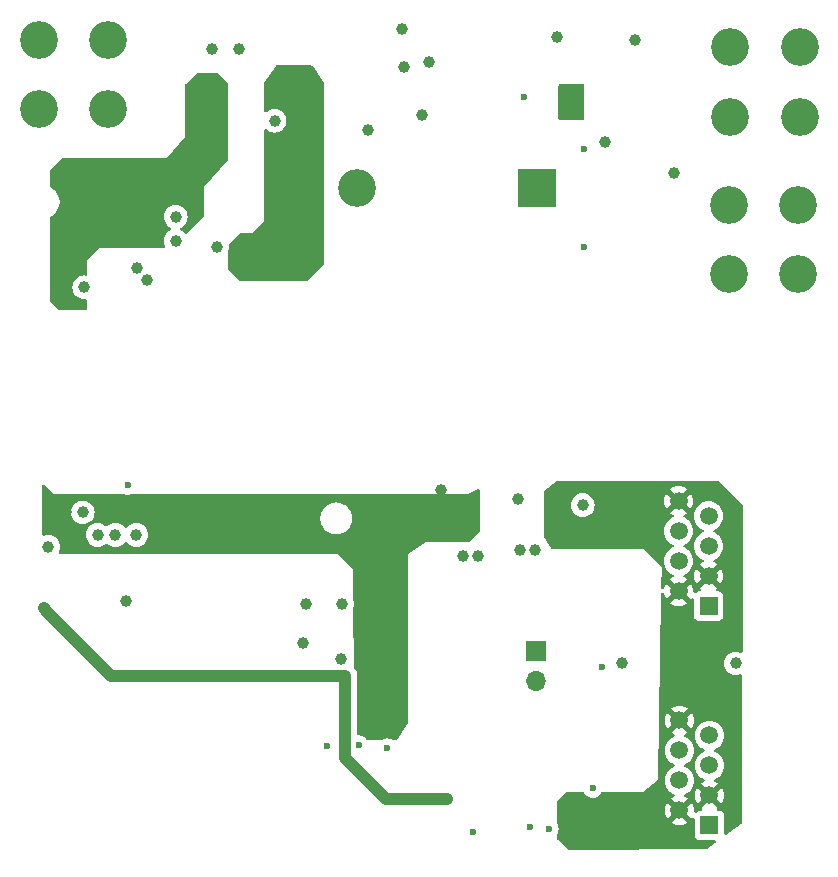
<source format=gbr>
%TF.GenerationSoftware,KiCad,Pcbnew,8.0.7*%
%TF.CreationDate,2025-03-11T17:28:54-05:00*%
%TF.ProjectId,motorboard,6d6f746f-7262-46f6-9172-642e6b696361,rev?*%
%TF.SameCoordinates,Original*%
%TF.FileFunction,Copper,L3,Inr*%
%TF.FilePolarity,Positive*%
%FSLAX46Y46*%
G04 Gerber Fmt 4.6, Leading zero omitted, Abs format (unit mm)*
G04 Created by KiCad (PCBNEW 8.0.7) date 2025-03-11 17:28:54*
%MOMM*%
%LPD*%
G01*
G04 APERTURE LIST*
%TA.AperFunction,ComponentPad*%
%ADD10R,3.200000X3.200000*%
%TD*%
%TA.AperFunction,ComponentPad*%
%ADD11O,3.200000X3.200000*%
%TD*%
%TA.AperFunction,ComponentPad*%
%ADD12R,1.500000X1.500000*%
%TD*%
%TA.AperFunction,ComponentPad*%
%ADD13C,1.500000*%
%TD*%
%TA.AperFunction,ComponentPad*%
%ADD14C,3.200000*%
%TD*%
%TA.AperFunction,ComponentPad*%
%ADD15R,1.700000X1.700000*%
%TD*%
%TA.AperFunction,ComponentPad*%
%ADD16O,1.700000X1.700000*%
%TD*%
%TA.AperFunction,ViaPad*%
%ADD17C,1.000000*%
%TD*%
%TA.AperFunction,ViaPad*%
%ADD18C,0.600000*%
%TD*%
%TA.AperFunction,Conductor*%
%ADD19C,1.016000*%
%TD*%
G04 APERTURE END LIST*
D10*
%TO.N,Net-(D1-K)*%
%TO.C,D1*%
X153600000Y-76000000D03*
D11*
%TO.N,GND2*%
X138360000Y-76000000D03*
%TD*%
D12*
%TO.N,GND*%
%TO.C,J2*%
X168122800Y-111380500D03*
D13*
%TO.N,+12VL*%
X165582800Y-110110500D03*
X168122800Y-108840500D03*
%TO.N,/CAN/CAN_P*%
X165582800Y-107570500D03*
%TO.N,/CAN/CAN_N*%
X168122800Y-106300500D03*
%TO.N,GND*%
X165582800Y-105030500D03*
X168122800Y-103760500D03*
%TO.N,+12VL*%
X165582800Y-102490500D03*
%TD*%
D14*
%TO.N,GND2*%
%TO.C,J7*%
X169842000Y-77383000D03*
X169842000Y-83253000D03*
X175712000Y-77383000D03*
X175712000Y-83253000D03*
%TD*%
D12*
%TO.N,GND*%
%TO.C,J1*%
X168199000Y-129954500D03*
D13*
%TO.N,+12VL*%
X165659000Y-128684500D03*
X168199000Y-127414500D03*
%TO.N,/CAN/CAN_P*%
X165659000Y-126144500D03*
%TO.N,/CAN/CAN_N*%
X168199000Y-124874500D03*
%TO.N,GND*%
X165659000Y-123604500D03*
X168199000Y-122334500D03*
%TO.N,+12VL*%
X165659000Y-121064500D03*
%TD*%
D15*
%TO.N,Net-(J3-Pin_1)*%
%TO.C,J3*%
X153550001Y-115194200D03*
D16*
%TO.N,Net-(J3-Pin_2)*%
X153550001Y-117734200D03*
%TD*%
D14*
%TO.N,/THROTTLE_OUT*%
%TO.C,J6*%
X111422000Y-63441000D03*
X111422000Y-69311000D03*
X117292000Y-63441000D03*
X117292000Y-69311000D03*
%TD*%
%TO.N,/TSV_Power/84VH*%
%TO.C,J4*%
X169969000Y-64076000D03*
X169969000Y-69946000D03*
X175839000Y-64076000D03*
X175839000Y-69946000D03*
%TD*%
D17*
%TO.N,/CAN/CAN_N*%
X170428800Y-116242000D03*
X160776800Y-116242000D03*
D18*
%TO.N,GND*%
X159075000Y-116528000D03*
X140914000Y-123386000D03*
X118943000Y-101161000D03*
X135834000Y-123259000D03*
D17*
X136977000Y-115893000D03*
D18*
X154630000Y-130244000D03*
D17*
X137104000Y-111194000D03*
X148584800Y-107150700D03*
X152140800Y-106642700D03*
D18*
X152979000Y-130117000D03*
D17*
X112212000Y-106368000D03*
X134056000Y-111194000D03*
X147314800Y-107150700D03*
D18*
X138501000Y-123132000D03*
D17*
X133802000Y-114496000D03*
X115133000Y-103447000D03*
X157474800Y-102832700D03*
X153410800Y-106642700D03*
D18*
X148153000Y-130498000D03*
X158313000Y-126815000D03*
D17*
%TO.N,+3.3VL*%
X145486000Y-104082000D03*
X147645000Y-102939000D03*
X113736000Y-103447000D03*
X139136000Y-119195000D03*
X145486000Y-101542000D03*
X152013800Y-102324700D03*
X145486000Y-102812000D03*
X114625000Y-106241000D03*
%TO.N,+5VL*%
X145994000Y-127704000D03*
X137358000Y-117290000D03*
X111831000Y-111575000D03*
%TO.N,GND2*%
X126528751Y-80957450D03*
X128341000Y-64203000D03*
X159315000Y-72063000D03*
X161855000Y-63427000D03*
X139249000Y-71047000D03*
X120594000Y-83761000D03*
X115260000Y-84396000D03*
X123007000Y-78427000D03*
X165171000Y-74744000D03*
X155251000Y-63173000D03*
D18*
X157551000Y-80967000D03*
D17*
X144470000Y-65346000D03*
X123007000Y-80459000D03*
X142184000Y-62552000D03*
X119705000Y-82745000D03*
X126055000Y-64203000D03*
X131375000Y-70285000D03*
%TO.N,/TSV_Power/+15V*%
X142297000Y-65701663D03*
X143821000Y-69777000D03*
D18*
%TO.N,Net-(D2-A)*%
X157551000Y-72712000D03*
X152471000Y-68267000D03*
D17*
%TO.N,+3.3VH*%
X124658000Y-70172000D03*
X124658000Y-68648000D03*
X117299301Y-80332000D03*
X124785000Y-67251000D03*
X113482000Y-85412000D03*
X118442301Y-80332000D03*
%TO.N,+12VH*%
X128976000Y-82872000D03*
X132391000Y-67618000D03*
X134056000Y-66108000D03*
X134056000Y-67632000D03*
%TO.N,+12VL*%
X155315800Y-102959700D03*
X156712800Y-129883700D03*
X156712800Y-127851700D03*
X155442800Y-105880700D03*
X159506800Y-129756700D03*
%TO.N,/CS*%
X116403000Y-105352000D03*
X118816000Y-110940000D03*
%TO.N,/SCK*%
X117879256Y-105352000D03*
X119660256Y-105352000D03*
%TD*%
D19*
%TO.N,+5VL*%
X117546000Y-117290000D02*
X112148500Y-111892500D01*
X140787000Y-127704000D02*
X137358000Y-124275000D01*
X137358000Y-124275000D02*
X137358000Y-117290000D01*
X112148500Y-111892500D02*
X111831000Y-111575000D01*
X145994000Y-127704000D02*
X140787000Y-127704000D01*
X137358000Y-117290000D02*
X117546000Y-117290000D01*
%TD*%
%TA.AperFunction,Conductor*%
%TO.N,+12VH*%
G36*
X134564676Y-65619685D02*
G01*
X134600811Y-65655217D01*
X135559174Y-67092761D01*
X135579982Y-67159460D01*
X135580000Y-67161544D01*
X135580000Y-82312638D01*
X135560315Y-82379677D01*
X135543681Y-82400319D01*
X134092319Y-83851681D01*
X134030996Y-83885166D01*
X134004638Y-83888000D01*
X128519362Y-83888000D01*
X128452323Y-83868315D01*
X128431681Y-83851681D01*
X127488319Y-82908319D01*
X127454834Y-82846996D01*
X127452000Y-82820638D01*
X127452000Y-81378915D01*
X127457340Y-81342919D01*
X127514774Y-81153584D01*
X127514775Y-81153582D01*
X127534092Y-80957450D01*
X127521949Y-80834160D01*
X127534968Y-80765516D01*
X127557665Y-80734334D01*
X128431681Y-79860319D01*
X128493004Y-79826834D01*
X128519362Y-79824000D01*
X129484000Y-79824000D01*
X130500000Y-78808000D01*
X130500000Y-71696000D01*
X130500000Y-71123372D01*
X130519685Y-71056333D01*
X130572489Y-71010578D01*
X130641647Y-71000634D01*
X130702665Y-71027519D01*
X130816460Y-71120909D01*
X130816467Y-71120913D01*
X130990266Y-71213811D01*
X130990269Y-71213811D01*
X130990273Y-71213814D01*
X131178868Y-71271024D01*
X131375000Y-71290341D01*
X131571132Y-71271024D01*
X131759727Y-71213814D01*
X131933538Y-71120910D01*
X132085883Y-70995883D01*
X132210910Y-70843538D01*
X132303814Y-70669727D01*
X132361024Y-70481132D01*
X132380341Y-70285000D01*
X132361024Y-70088868D01*
X132303814Y-69900273D01*
X132303811Y-69900269D01*
X132303811Y-69900266D01*
X132210913Y-69726467D01*
X132210909Y-69726460D01*
X132085883Y-69574116D01*
X131933539Y-69449090D01*
X131933532Y-69449086D01*
X131759733Y-69356188D01*
X131759727Y-69356186D01*
X131571132Y-69298976D01*
X131571129Y-69298975D01*
X131375000Y-69279659D01*
X131178870Y-69298975D01*
X130990266Y-69356188D01*
X130816467Y-69449086D01*
X130816460Y-69449091D01*
X130702665Y-69542480D01*
X130638355Y-69569793D01*
X130569487Y-69558002D01*
X130517927Y-69510850D01*
X130500000Y-69446627D01*
X130500000Y-67161544D01*
X130519685Y-67094505D01*
X130520826Y-67092761D01*
X131479189Y-65655217D01*
X131532754Y-65610356D01*
X131582363Y-65600000D01*
X134497637Y-65600000D01*
X134564676Y-65619685D01*
G37*
%TD.AperFunction*%
%TD*%
%TA.AperFunction,Conductor*%
%TO.N,+3.3VH*%
G36*
X126456447Y-66254685D02*
G01*
X126471061Y-66265679D01*
X126471796Y-66266321D01*
X127409655Y-67086948D01*
X127447145Y-67145908D01*
X127452000Y-67180268D01*
X127452000Y-73553855D01*
X127432315Y-73620894D01*
X127420679Y-73636236D01*
X125420000Y-75887000D01*
X125420000Y-78250318D01*
X125400315Y-78317357D01*
X125385696Y-78335937D01*
X123962438Y-79826969D01*
X123901910Y-79861871D01*
X123832121Y-79858508D01*
X123776889Y-79820015D01*
X123717883Y-79748116D01*
X123565539Y-79623090D01*
X123565532Y-79623086D01*
X123433209Y-79552358D01*
X123383365Y-79503396D01*
X123367904Y-79435258D01*
X123391736Y-79369579D01*
X123433209Y-79333642D01*
X123532047Y-79280811D01*
X123565538Y-79262910D01*
X123717883Y-79137883D01*
X123842910Y-78985538D01*
X123935814Y-78811727D01*
X123993024Y-78623132D01*
X124012341Y-78427000D01*
X123993024Y-78230868D01*
X123935814Y-78042273D01*
X123935811Y-78042269D01*
X123935811Y-78042266D01*
X123842913Y-77868467D01*
X123842909Y-77868460D01*
X123717883Y-77716116D01*
X123565539Y-77591090D01*
X123565532Y-77591086D01*
X123391733Y-77498188D01*
X123391727Y-77498186D01*
X123203132Y-77440976D01*
X123203129Y-77440975D01*
X123007000Y-77421659D01*
X122810870Y-77440975D01*
X122622266Y-77498188D01*
X122448467Y-77591086D01*
X122448460Y-77591090D01*
X122296116Y-77716116D01*
X122171090Y-77868460D01*
X122171086Y-77868467D01*
X122078188Y-78042266D01*
X122020975Y-78230870D01*
X122001659Y-78427000D01*
X122020975Y-78623129D01*
X122078188Y-78811733D01*
X122171086Y-78985532D01*
X122171090Y-78985539D01*
X122296116Y-79137883D01*
X122448460Y-79262909D01*
X122448467Y-79262914D01*
X122580790Y-79333642D01*
X122630635Y-79382604D01*
X122646095Y-79450742D01*
X122622263Y-79516422D01*
X122580790Y-79552358D01*
X122448467Y-79623085D01*
X122448460Y-79623090D01*
X122296116Y-79748116D01*
X122171090Y-79900460D01*
X122171086Y-79900467D01*
X122078188Y-80074266D01*
X122020975Y-80262870D01*
X122001659Y-80459000D01*
X122020975Y-80655129D01*
X122020976Y-80655132D01*
X122053187Y-80761318D01*
X122078188Y-80843732D01*
X122114436Y-80911547D01*
X122128678Y-80979949D01*
X122103678Y-81045193D01*
X122047373Y-81086564D01*
X122005078Y-81094000D01*
X116529999Y-81094000D01*
X115514000Y-82109999D01*
X115514000Y-83278862D01*
X115494315Y-83345901D01*
X115441511Y-83391656D01*
X115377847Y-83402265D01*
X115260001Y-83390659D01*
X115260000Y-83390659D01*
X115063870Y-83409975D01*
X114875266Y-83467188D01*
X114701467Y-83560086D01*
X114701460Y-83560090D01*
X114549116Y-83685116D01*
X114424090Y-83837460D01*
X114424086Y-83837467D01*
X114331188Y-84011266D01*
X114273975Y-84199870D01*
X114254659Y-84396000D01*
X114273975Y-84592129D01*
X114331188Y-84780733D01*
X114424086Y-84954532D01*
X114424090Y-84954539D01*
X114549116Y-85106883D01*
X114701460Y-85231909D01*
X114701467Y-85231913D01*
X114875266Y-85324811D01*
X114875269Y-85324811D01*
X114875273Y-85324814D01*
X115063868Y-85382024D01*
X115260000Y-85401341D01*
X115377847Y-85389734D01*
X115446492Y-85402753D01*
X115497202Y-85450818D01*
X115514000Y-85513137D01*
X115514000Y-86177000D01*
X115494315Y-86244039D01*
X115441511Y-86289794D01*
X115390000Y-86301000D01*
X113152362Y-86301000D01*
X113085323Y-86281315D01*
X113064681Y-86264681D01*
X112375319Y-85575319D01*
X112341834Y-85513996D01*
X112339000Y-85487638D01*
X112339000Y-78489849D01*
X112358685Y-78422810D01*
X112406705Y-78379364D01*
X112538816Y-78312051D01*
X112650556Y-78230868D01*
X112710786Y-78187109D01*
X112710788Y-78187106D01*
X112710792Y-78187104D01*
X112861104Y-78036792D01*
X112861106Y-78036788D01*
X112861109Y-78036786D01*
X112986048Y-77864820D01*
X112986047Y-77864820D01*
X112986051Y-77864816D01*
X113082557Y-77675412D01*
X113148246Y-77473243D01*
X113181500Y-77263287D01*
X113181500Y-77050713D01*
X113148246Y-76840757D01*
X113082557Y-76638588D01*
X112986051Y-76449184D01*
X112986049Y-76449181D01*
X112986048Y-76449179D01*
X112861109Y-76277213D01*
X112710786Y-76126890D01*
X112538819Y-76001951D01*
X112538818Y-76001950D01*
X112538816Y-76001949D01*
X112406705Y-75934635D01*
X112355909Y-75886660D01*
X112339000Y-75824150D01*
X112339000Y-74664144D01*
X112358685Y-74597105D01*
X112370316Y-74581768D01*
X113318005Y-73515618D01*
X113377256Y-73478591D01*
X113410684Y-73474000D01*
X122244999Y-73474000D01*
X122245000Y-73474000D01*
X123769000Y-71696000D01*
X123769000Y-67306684D01*
X123788685Y-67239645D01*
X123810619Y-67214005D01*
X123848574Y-67180268D01*
X124876764Y-66266321D01*
X124939948Y-66236495D01*
X124959145Y-66235000D01*
X126389408Y-66235000D01*
X126456447Y-66254685D01*
G37*
%TD.AperFunction*%
%TD*%
%TA.AperFunction,Conductor*%
%TO.N,+3.3VL*%
G36*
X111909203Y-101112649D02*
G01*
X111915681Y-101118681D01*
X112720000Y-101923000D01*
X118675893Y-101923000D01*
X118716848Y-101929958D01*
X118763745Y-101946368D01*
X118763750Y-101946369D01*
X118942996Y-101966565D01*
X118943000Y-101966565D01*
X118943004Y-101966565D01*
X119122249Y-101946369D01*
X119122252Y-101946368D01*
X119122255Y-101946368D01*
X119169152Y-101929957D01*
X119210107Y-101923000D01*
X147772000Y-101923000D01*
X148608546Y-101504726D01*
X148677311Y-101492352D01*
X148741850Y-101519120D01*
X148781672Y-101576530D01*
X148788000Y-101615636D01*
X148788000Y-104919638D01*
X148768315Y-104986677D01*
X148751681Y-105007319D01*
X147808319Y-105950681D01*
X147746996Y-105984166D01*
X147720638Y-105987000D01*
X144216000Y-105987000D01*
X142692000Y-107002999D01*
X142692000Y-121189456D01*
X142672315Y-121256495D01*
X142671174Y-121258239D01*
X141712811Y-122695783D01*
X141659246Y-122740644D01*
X141609637Y-122751000D01*
X141443736Y-122751000D01*
X141377764Y-122731994D01*
X141263523Y-122660211D01*
X141093254Y-122600631D01*
X141093249Y-122600630D01*
X140914004Y-122580435D01*
X140913996Y-122580435D01*
X140734750Y-122600630D01*
X140734745Y-122600631D01*
X140564476Y-122660211D01*
X140450236Y-122731994D01*
X140384264Y-122751000D01*
X139275542Y-122751000D01*
X139208503Y-122731315D01*
X139170549Y-122692973D01*
X139130816Y-122629738D01*
X139003262Y-122502184D01*
X138957822Y-122473632D01*
X138850523Y-122406211D01*
X138680254Y-122346631D01*
X138680249Y-122346630D01*
X138501004Y-122326435D01*
X138494037Y-122326435D01*
X138494037Y-122324244D01*
X138435545Y-122313991D01*
X138384173Y-122266634D01*
X138366500Y-122202833D01*
X138366500Y-117190670D01*
X138366499Y-117190666D01*
X138327745Y-116995838D01*
X138327744Y-116995831D01*
X138251721Y-116812296D01*
X138251720Y-116812295D01*
X138251717Y-116812289D01*
X138141353Y-116647119D01*
X138141350Y-116647115D01*
X138104318Y-116610083D01*
X138070833Y-116548760D01*
X138068004Y-116523536D01*
X138023491Y-111627032D01*
X138031704Y-111584758D01*
X138031045Y-111584558D01*
X138057139Y-111498538D01*
X138090024Y-111390132D01*
X138109341Y-111194000D01*
X138090024Y-110997868D01*
X138032814Y-110809273D01*
X138030125Y-110804242D01*
X138015490Y-110746919D01*
X137993000Y-108273000D01*
X136723000Y-107003000D01*
X113213922Y-107003000D01*
X113146883Y-106983315D01*
X113101128Y-106930511D01*
X113091184Y-106861353D01*
X113104564Y-106820547D01*
X113140811Y-106752732D01*
X113140814Y-106752727D01*
X113198024Y-106564132D01*
X113217341Y-106368000D01*
X113198024Y-106171868D01*
X113140814Y-105983273D01*
X113140811Y-105983269D01*
X113140811Y-105983266D01*
X113047913Y-105809467D01*
X113047909Y-105809460D01*
X112922883Y-105657116D01*
X112770539Y-105532090D01*
X112770532Y-105532086D01*
X112596733Y-105439188D01*
X112596727Y-105439186D01*
X112408132Y-105381976D01*
X112408129Y-105381975D01*
X112212000Y-105362659D01*
X112015869Y-105381975D01*
X111863995Y-105428046D01*
X111794128Y-105428669D01*
X111735015Y-105391421D01*
X111716585Y-105352000D01*
X115397659Y-105352000D01*
X115416975Y-105548129D01*
X115474188Y-105736733D01*
X115567086Y-105910532D01*
X115567090Y-105910539D01*
X115692116Y-106062883D01*
X115844460Y-106187909D01*
X115844467Y-106187913D01*
X116018266Y-106280811D01*
X116018269Y-106280811D01*
X116018273Y-106280814D01*
X116206868Y-106338024D01*
X116403000Y-106357341D01*
X116599132Y-106338024D01*
X116787727Y-106280814D01*
X116961538Y-106187910D01*
X117013386Y-106145359D01*
X117062463Y-106105083D01*
X117126773Y-106077770D01*
X117195640Y-106089561D01*
X117219793Y-106105083D01*
X117320716Y-106187909D01*
X117320723Y-106187913D01*
X117494522Y-106280811D01*
X117494525Y-106280811D01*
X117494529Y-106280814D01*
X117683124Y-106338024D01*
X117879256Y-106357341D01*
X118075388Y-106338024D01*
X118263983Y-106280814D01*
X118437794Y-106187910D01*
X118590139Y-106062883D01*
X118673903Y-105960817D01*
X118731648Y-105921483D01*
X118801493Y-105919612D01*
X118861261Y-105955800D01*
X118865609Y-105960817D01*
X118949372Y-106062883D01*
X119101716Y-106187909D01*
X119101723Y-106187913D01*
X119275522Y-106280811D01*
X119275525Y-106280811D01*
X119275529Y-106280814D01*
X119464124Y-106338024D01*
X119660256Y-106357341D01*
X119856388Y-106338024D01*
X120044983Y-106280814D01*
X120218794Y-106187910D01*
X120371139Y-106062883D01*
X120496166Y-105910538D01*
X120589070Y-105736727D01*
X120646280Y-105548132D01*
X120665597Y-105352000D01*
X120646280Y-105155868D01*
X120589070Y-104967273D01*
X120589067Y-104967269D01*
X120589067Y-104967266D01*
X120496169Y-104793467D01*
X120496165Y-104793460D01*
X120371139Y-104641116D01*
X120218795Y-104516090D01*
X120218788Y-104516086D01*
X120044989Y-104423188D01*
X120044983Y-104423186D01*
X119888819Y-104375814D01*
X119856385Y-104365975D01*
X119660256Y-104346659D01*
X119464126Y-104365975D01*
X119275522Y-104423188D01*
X119101723Y-104516086D01*
X119101716Y-104516090D01*
X118949372Y-104641116D01*
X118865609Y-104743182D01*
X118807863Y-104782516D01*
X118738018Y-104784387D01*
X118678250Y-104748199D01*
X118673903Y-104743182D01*
X118590139Y-104641116D01*
X118437795Y-104516090D01*
X118437788Y-104516086D01*
X118263989Y-104423188D01*
X118263983Y-104423186D01*
X118107819Y-104375814D01*
X118075385Y-104365975D01*
X117879256Y-104346659D01*
X117683126Y-104365975D01*
X117494522Y-104423188D01*
X117320723Y-104516086D01*
X117320717Y-104516090D01*
X117219792Y-104598917D01*
X117155482Y-104626229D01*
X117086615Y-104614438D01*
X117062464Y-104598917D01*
X116961538Y-104516090D01*
X116961532Y-104516086D01*
X116787733Y-104423188D01*
X116787727Y-104423186D01*
X116631563Y-104375814D01*
X116599129Y-104365975D01*
X116403000Y-104346659D01*
X116206870Y-104365975D01*
X116018266Y-104423188D01*
X115844467Y-104516086D01*
X115844460Y-104516090D01*
X115692116Y-104641116D01*
X115567090Y-104793460D01*
X115567086Y-104793467D01*
X115474188Y-104967266D01*
X115416975Y-105155870D01*
X115397659Y-105352000D01*
X111716585Y-105352000D01*
X111705424Y-105328126D01*
X111704000Y-105309385D01*
X111704000Y-103447000D01*
X114127659Y-103447000D01*
X114146975Y-103643129D01*
X114204188Y-103831733D01*
X114297086Y-104005532D01*
X114297090Y-104005539D01*
X114422116Y-104157883D01*
X114574460Y-104282909D01*
X114574467Y-104282913D01*
X114748266Y-104375811D01*
X114748269Y-104375811D01*
X114748273Y-104375814D01*
X114936868Y-104433024D01*
X115133000Y-104452341D01*
X115329132Y-104433024D01*
X115517727Y-104375814D01*
X115536135Y-104365975D01*
X115691532Y-104282913D01*
X115691538Y-104282910D01*
X115843883Y-104157883D01*
X115968910Y-104005538D01*
X116052735Y-103848713D01*
X135245500Y-103848713D01*
X135245500Y-104061287D01*
X135278754Y-104271243D01*
X135337596Y-104452340D01*
X135344444Y-104473414D01*
X135440951Y-104662820D01*
X135565890Y-104834786D01*
X135716213Y-104985109D01*
X135888179Y-105110048D01*
X135888181Y-105110049D01*
X135888184Y-105110051D01*
X136077588Y-105206557D01*
X136279757Y-105272246D01*
X136489713Y-105305500D01*
X136489714Y-105305500D01*
X136702286Y-105305500D01*
X136702287Y-105305500D01*
X136912243Y-105272246D01*
X137114412Y-105206557D01*
X137303816Y-105110051D01*
X137325789Y-105094086D01*
X137475786Y-104985109D01*
X137475788Y-104985106D01*
X137475792Y-104985104D01*
X137626104Y-104834792D01*
X137626106Y-104834788D01*
X137626109Y-104834786D01*
X137751048Y-104662820D01*
X137751047Y-104662820D01*
X137751051Y-104662816D01*
X137847557Y-104473412D01*
X137913246Y-104271243D01*
X137946500Y-104061287D01*
X137946500Y-103848713D01*
X137913246Y-103638757D01*
X137847557Y-103436588D01*
X137751051Y-103247184D01*
X137751049Y-103247181D01*
X137751048Y-103247179D01*
X137626109Y-103075213D01*
X137475786Y-102924890D01*
X137303820Y-102799951D01*
X137114414Y-102703444D01*
X137114413Y-102703443D01*
X137114412Y-102703443D01*
X136912243Y-102637754D01*
X136912241Y-102637753D01*
X136912240Y-102637753D01*
X136743869Y-102611086D01*
X136702287Y-102604500D01*
X136489713Y-102604500D01*
X136448131Y-102611086D01*
X136279760Y-102637753D01*
X136077585Y-102703444D01*
X135888179Y-102799951D01*
X135716213Y-102924890D01*
X135565890Y-103075213D01*
X135440951Y-103247179D01*
X135344444Y-103436585D01*
X135278753Y-103638760D01*
X135278061Y-103643132D01*
X135245500Y-103848713D01*
X116052735Y-103848713D01*
X116061814Y-103831727D01*
X116119024Y-103643132D01*
X116138341Y-103447000D01*
X116119024Y-103250868D01*
X116061814Y-103062273D01*
X116061811Y-103062269D01*
X116061811Y-103062266D01*
X115968913Y-102888467D01*
X115968909Y-102888460D01*
X115843883Y-102736116D01*
X115691539Y-102611090D01*
X115691532Y-102611086D01*
X115517733Y-102518188D01*
X115517727Y-102518186D01*
X115329132Y-102460976D01*
X115329129Y-102460975D01*
X115133000Y-102441659D01*
X114936870Y-102460975D01*
X114748266Y-102518188D01*
X114574467Y-102611086D01*
X114574460Y-102611090D01*
X114422116Y-102736116D01*
X114297090Y-102888460D01*
X114297086Y-102888467D01*
X114204188Y-103062266D01*
X114146975Y-103250870D01*
X114127659Y-103447000D01*
X111704000Y-103447000D01*
X111704000Y-101206362D01*
X111723685Y-101139323D01*
X111776489Y-101093568D01*
X111845647Y-101083624D01*
X111909203Y-101112649D01*
G37*
%TD.AperFunction*%
%TD*%
%TA.AperFunction,Conductor*%
%TO.N,+12VL*%
G36*
X169045262Y-100820385D02*
G01*
X169068520Y-100839715D01*
X171029863Y-102923642D01*
X171061475Y-102985951D01*
X171063565Y-103009215D01*
X171005742Y-115209634D01*
X170985740Y-115276579D01*
X170932719Y-115322083D01*
X170863514Y-115331699D01*
X170823289Y-115318404D01*
X170813530Y-115313187D01*
X170624929Y-115255975D01*
X170428800Y-115236659D01*
X170232670Y-115255975D01*
X170044066Y-115313188D01*
X169870267Y-115406086D01*
X169870260Y-115406090D01*
X169717916Y-115531116D01*
X169592890Y-115683460D01*
X169592886Y-115683467D01*
X169499988Y-115857266D01*
X169442775Y-116045870D01*
X169423459Y-116242000D01*
X169442775Y-116438129D01*
X169499988Y-116626733D01*
X169592886Y-116800532D01*
X169592890Y-116800539D01*
X169717916Y-116952883D01*
X169870260Y-117077909D01*
X169870267Y-117077913D01*
X170044066Y-117170811D01*
X170044069Y-117170811D01*
X170044073Y-117170814D01*
X170232668Y-117228024D01*
X170428800Y-117247341D01*
X170624932Y-117228024D01*
X170813527Y-117170814D01*
X170813532Y-117170810D01*
X170813539Y-117170809D01*
X170819159Y-117168482D01*
X170819608Y-117169566D01*
X170881870Y-117156599D01*
X170947116Y-117181596D01*
X170988489Y-117237898D01*
X170995927Y-117280788D01*
X170937094Y-129694526D01*
X170917092Y-129761471D01*
X170886799Y-129793656D01*
X169647203Y-130709878D01*
X169581592Y-130733896D01*
X169513410Y-130718628D01*
X169464307Y-130668923D01*
X169449499Y-130610163D01*
X169449499Y-129156628D01*
X169443091Y-129097017D01*
X169421304Y-129038604D01*
X169392797Y-128962171D01*
X169392793Y-128962164D01*
X169306547Y-128846955D01*
X169306544Y-128846952D01*
X169191335Y-128760706D01*
X169191328Y-128760702D01*
X169056482Y-128710408D01*
X169056483Y-128710408D01*
X168996883Y-128704001D01*
X168996881Y-128704000D01*
X168996873Y-128704000D01*
X168996865Y-128704000D01*
X168929989Y-128704000D01*
X168862950Y-128684315D01*
X168817195Y-128631511D01*
X168807251Y-128562353D01*
X168836276Y-128498797D01*
X168858864Y-128478426D01*
X168888571Y-128457624D01*
X168225448Y-127794500D01*
X168249028Y-127794500D01*
X168345675Y-127768604D01*
X168432325Y-127718576D01*
X168503076Y-127647825D01*
X168553104Y-127561175D01*
X168579000Y-127464528D01*
X168579000Y-127440946D01*
X169242124Y-128104070D01*
X169285668Y-128041885D01*
X169285669Y-128041883D01*
X169378100Y-127843664D01*
X169378105Y-127843650D01*
X169434710Y-127632394D01*
X169434712Y-127632384D01*
X169453775Y-127414500D01*
X169453775Y-127414499D01*
X169434712Y-127196615D01*
X169434710Y-127196605D01*
X169378105Y-126985349D01*
X169378101Y-126985340D01*
X169285668Y-126787115D01*
X169242123Y-126724928D01*
X168579000Y-127388051D01*
X168579000Y-127364472D01*
X168553104Y-127267825D01*
X168503076Y-127181175D01*
X168432325Y-127110424D01*
X168345675Y-127060396D01*
X168249028Y-127034500D01*
X168225447Y-127034500D01*
X168888571Y-126371374D01*
X168826387Y-126327833D01*
X168674824Y-126257158D01*
X168622385Y-126210986D01*
X168603233Y-126143792D01*
X168623449Y-126076911D01*
X168674822Y-126032395D01*
X168826639Y-125961602D01*
X169005877Y-125836098D01*
X169160598Y-125681377D01*
X169286102Y-125502139D01*
X169378575Y-125303830D01*
X169435207Y-125092477D01*
X169454277Y-124874500D01*
X169435207Y-124656523D01*
X169378575Y-124445170D01*
X169286102Y-124246862D01*
X169286100Y-124246859D01*
X169286099Y-124246857D01*
X169160599Y-124067624D01*
X169126797Y-124033822D01*
X169005877Y-123912902D01*
X168826639Y-123787398D01*
X168675414Y-123716881D01*
X168622977Y-123670710D01*
X168603825Y-123603516D01*
X168624041Y-123536635D01*
X168675414Y-123492118D01*
X168826639Y-123421602D01*
X169005877Y-123296098D01*
X169160598Y-123141377D01*
X169286102Y-122962139D01*
X169378575Y-122763830D01*
X169435207Y-122552477D01*
X169454277Y-122334500D01*
X169435207Y-122116523D01*
X169378575Y-121905170D01*
X169286102Y-121706862D01*
X169286100Y-121706859D01*
X169286099Y-121706857D01*
X169160599Y-121527624D01*
X169126625Y-121493650D01*
X169005877Y-121372902D01*
X168826639Y-121247398D01*
X168826640Y-121247398D01*
X168826638Y-121247397D01*
X168727484Y-121201161D01*
X168628330Y-121154925D01*
X168628326Y-121154924D01*
X168628322Y-121154922D01*
X168416977Y-121098293D01*
X168199002Y-121079223D01*
X168198998Y-121079223D01*
X168053682Y-121091936D01*
X167981023Y-121098293D01*
X167981020Y-121098293D01*
X167769677Y-121154922D01*
X167769668Y-121154926D01*
X167571361Y-121247398D01*
X167571357Y-121247400D01*
X167392121Y-121372902D01*
X167237402Y-121527621D01*
X167111900Y-121706857D01*
X167111898Y-121706861D01*
X167019426Y-121905168D01*
X167019422Y-121905177D01*
X166962793Y-122116520D01*
X166962793Y-122116524D01*
X166943723Y-122334497D01*
X166943723Y-122334502D01*
X166962793Y-122552475D01*
X166962793Y-122552479D01*
X167019422Y-122763822D01*
X167019424Y-122763826D01*
X167019425Y-122763830D01*
X167065661Y-122862984D01*
X167111897Y-122962138D01*
X167122206Y-122976861D01*
X167237402Y-123141377D01*
X167392123Y-123296098D01*
X167521265Y-123386524D01*
X167571361Y-123421602D01*
X167722583Y-123492118D01*
X167775022Y-123538290D01*
X167794174Y-123605484D01*
X167773958Y-123672365D01*
X167722583Y-123716882D01*
X167571361Y-123787398D01*
X167571357Y-123787400D01*
X167392121Y-123912902D01*
X167237402Y-124067621D01*
X167111900Y-124246857D01*
X167111898Y-124246861D01*
X167019426Y-124445168D01*
X167019422Y-124445177D01*
X166962793Y-124656520D01*
X166962793Y-124656524D01*
X166943723Y-124874497D01*
X166943723Y-124874502D01*
X166962793Y-125092475D01*
X166962793Y-125092479D01*
X167019422Y-125303822D01*
X167019424Y-125303826D01*
X167019425Y-125303830D01*
X167065661Y-125402984D01*
X167111897Y-125502138D01*
X167122206Y-125516861D01*
X167237402Y-125681377D01*
X167392123Y-125836098D01*
X167521265Y-125926524D01*
X167571361Y-125961602D01*
X167723175Y-126032394D01*
X167775614Y-126078566D01*
X167794766Y-126145760D01*
X167774550Y-126212641D01*
X167723175Y-126257158D01*
X167571614Y-126327832D01*
X167571612Y-126327833D01*
X167509428Y-126371375D01*
X167509427Y-126371375D01*
X168172554Y-127034500D01*
X168148972Y-127034500D01*
X168052325Y-127060396D01*
X167965675Y-127110424D01*
X167894924Y-127181175D01*
X167844896Y-127267825D01*
X167819000Y-127364472D01*
X167819000Y-127388052D01*
X167155875Y-126724927D01*
X167155875Y-126724928D01*
X167112333Y-126787112D01*
X167112332Y-126787114D01*
X167019898Y-126985340D01*
X167019894Y-126985349D01*
X166963289Y-127196605D01*
X166963287Y-127196615D01*
X166944225Y-127414499D01*
X166944225Y-127414500D01*
X166963287Y-127632384D01*
X166963289Y-127632394D01*
X167019894Y-127843650D01*
X167019898Y-127843659D01*
X167112333Y-128041887D01*
X167155874Y-128104071D01*
X167819000Y-127440945D01*
X167819000Y-127464528D01*
X167844896Y-127561175D01*
X167894924Y-127647825D01*
X167965675Y-127718576D01*
X168052325Y-127768604D01*
X168148972Y-127794500D01*
X168172553Y-127794500D01*
X167509427Y-128457624D01*
X167539134Y-128478425D01*
X167582759Y-128533002D01*
X167589953Y-128602500D01*
X167558430Y-128664855D01*
X167498201Y-128700269D01*
X167468013Y-128704000D01*
X167401130Y-128704000D01*
X167401123Y-128704001D01*
X167341516Y-128710408D01*
X167206671Y-128760702D01*
X167206664Y-128760706D01*
X167108123Y-128834475D01*
X167042659Y-128858893D01*
X166974386Y-128844042D01*
X166924980Y-128794637D01*
X166910128Y-128726364D01*
X166910284Y-128724401D01*
X166913775Y-128684500D01*
X166913775Y-128684499D01*
X166894712Y-128466615D01*
X166894710Y-128466605D01*
X166838105Y-128255349D01*
X166838101Y-128255340D01*
X166745668Y-128057115D01*
X166702123Y-127994928D01*
X166039000Y-128658051D01*
X166039000Y-128634472D01*
X166013104Y-128537825D01*
X165963076Y-128451175D01*
X165892325Y-128380424D01*
X165805675Y-128330396D01*
X165709028Y-128304500D01*
X165685447Y-128304500D01*
X166348571Y-127641374D01*
X166286387Y-127597833D01*
X166134824Y-127527158D01*
X166082385Y-127480986D01*
X166063233Y-127413792D01*
X166083449Y-127346911D01*
X166134822Y-127302395D01*
X166286639Y-127231602D01*
X166465877Y-127106098D01*
X166620598Y-126951377D01*
X166746102Y-126772139D01*
X166838575Y-126573830D01*
X166895207Y-126362477D01*
X166914277Y-126144500D01*
X166895207Y-125926523D01*
X166838575Y-125715170D01*
X166746102Y-125516862D01*
X166746100Y-125516859D01*
X166746099Y-125516857D01*
X166620599Y-125337624D01*
X166586797Y-125303822D01*
X166465877Y-125182902D01*
X166286639Y-125057398D01*
X166135414Y-124986881D01*
X166082977Y-124940710D01*
X166063825Y-124873516D01*
X166084041Y-124806635D01*
X166135414Y-124762118D01*
X166286639Y-124691602D01*
X166465877Y-124566098D01*
X166620598Y-124411377D01*
X166746102Y-124232139D01*
X166838575Y-124033830D01*
X166895207Y-123822477D01*
X166914277Y-123604500D01*
X166895207Y-123386523D01*
X166838575Y-123175170D01*
X166746102Y-122976862D01*
X166746100Y-122976859D01*
X166746099Y-122976857D01*
X166620599Y-122797624D01*
X166586797Y-122763822D01*
X166465877Y-122642902D01*
X166286639Y-122517398D01*
X166286640Y-122517398D01*
X166286638Y-122517397D01*
X166134824Y-122446605D01*
X166082385Y-122400432D01*
X166063233Y-122333239D01*
X166083449Y-122266358D01*
X166134825Y-122221840D01*
X166286388Y-122151166D01*
X166348571Y-122107624D01*
X165685448Y-121444500D01*
X165709028Y-121444500D01*
X165805675Y-121418604D01*
X165892325Y-121368576D01*
X165963076Y-121297825D01*
X166013104Y-121211175D01*
X166039000Y-121114528D01*
X166039000Y-121090946D01*
X166702124Y-121754070D01*
X166745668Y-121691885D01*
X166745669Y-121691883D01*
X166838100Y-121493664D01*
X166838105Y-121493650D01*
X166894710Y-121282394D01*
X166894712Y-121282384D01*
X166913775Y-121064500D01*
X166913775Y-121064499D01*
X166894712Y-120846615D01*
X166894710Y-120846605D01*
X166838105Y-120635349D01*
X166838101Y-120635340D01*
X166745668Y-120437115D01*
X166702123Y-120374928D01*
X166039000Y-121038051D01*
X166039000Y-121014472D01*
X166013104Y-120917825D01*
X165963076Y-120831175D01*
X165892325Y-120760424D01*
X165805675Y-120710396D01*
X165709028Y-120684500D01*
X165685447Y-120684500D01*
X166348571Y-120021374D01*
X166286387Y-119977833D01*
X166088159Y-119885398D01*
X166088150Y-119885394D01*
X165876894Y-119828789D01*
X165876884Y-119828787D01*
X165659001Y-119809725D01*
X165658999Y-119809725D01*
X165441115Y-119828787D01*
X165441105Y-119828789D01*
X165229849Y-119885394D01*
X165229840Y-119885398D01*
X165031614Y-119977832D01*
X165031612Y-119977833D01*
X164969428Y-120021375D01*
X164969427Y-120021375D01*
X165632554Y-120684500D01*
X165608972Y-120684500D01*
X165512325Y-120710396D01*
X165425675Y-120760424D01*
X165354924Y-120831175D01*
X165304896Y-120917825D01*
X165279000Y-121014472D01*
X165279000Y-121038052D01*
X164615875Y-120374927D01*
X164615875Y-120374928D01*
X164572333Y-120437112D01*
X164572332Y-120437114D01*
X164479898Y-120635340D01*
X164479894Y-120635349D01*
X164423289Y-120846605D01*
X164423287Y-120846615D01*
X164404225Y-121064499D01*
X164404225Y-121064500D01*
X164423287Y-121282384D01*
X164423289Y-121282394D01*
X164479894Y-121493650D01*
X164479898Y-121493659D01*
X164572333Y-121691887D01*
X164615874Y-121754071D01*
X165279000Y-121090945D01*
X165279000Y-121114528D01*
X165304896Y-121211175D01*
X165354924Y-121297825D01*
X165425675Y-121368576D01*
X165512325Y-121418604D01*
X165608972Y-121444500D01*
X165632553Y-121444500D01*
X164969427Y-122107624D01*
X165031613Y-122151167D01*
X165031615Y-122151168D01*
X165183174Y-122221841D01*
X165235614Y-122268013D01*
X165254766Y-122335206D01*
X165234551Y-122402088D01*
X165183176Y-122446605D01*
X165031358Y-122517400D01*
X165031357Y-122517400D01*
X164852121Y-122642902D01*
X164697402Y-122797621D01*
X164571900Y-122976857D01*
X164571898Y-122976861D01*
X164479426Y-123175168D01*
X164479422Y-123175177D01*
X164422793Y-123386520D01*
X164422793Y-123386524D01*
X164403723Y-123604497D01*
X164403723Y-123604502D01*
X164422793Y-123822475D01*
X164422793Y-123822479D01*
X164479422Y-124033822D01*
X164479424Y-124033826D01*
X164479425Y-124033830D01*
X164525661Y-124132984D01*
X164571897Y-124232138D01*
X164582206Y-124246861D01*
X164697402Y-124411377D01*
X164852123Y-124566098D01*
X164981265Y-124656524D01*
X165031361Y-124691602D01*
X165182583Y-124762118D01*
X165235022Y-124808290D01*
X165254174Y-124875484D01*
X165233958Y-124942365D01*
X165182583Y-124986882D01*
X165031361Y-125057398D01*
X165031357Y-125057400D01*
X164852121Y-125182902D01*
X164697402Y-125337621D01*
X164571900Y-125516857D01*
X164571898Y-125516861D01*
X164479426Y-125715168D01*
X164479422Y-125715177D01*
X164422793Y-125926520D01*
X164422793Y-125926524D01*
X164403723Y-126144497D01*
X164403723Y-126144502D01*
X164422793Y-126362475D01*
X164422793Y-126362479D01*
X164479422Y-126573822D01*
X164479424Y-126573826D01*
X164479425Y-126573830D01*
X164525661Y-126672984D01*
X164571897Y-126772138D01*
X164582384Y-126787115D01*
X164697402Y-126951377D01*
X164852123Y-127106098D01*
X165031361Y-127231602D01*
X165109041Y-127267825D01*
X165183175Y-127302394D01*
X165235614Y-127348566D01*
X165254766Y-127415760D01*
X165234550Y-127482641D01*
X165183175Y-127527158D01*
X165031614Y-127597832D01*
X165031612Y-127597833D01*
X164969428Y-127641375D01*
X164969427Y-127641375D01*
X165632554Y-128304500D01*
X165608972Y-128304500D01*
X165512325Y-128330396D01*
X165425675Y-128380424D01*
X165354924Y-128451175D01*
X165304896Y-128537825D01*
X165279000Y-128634472D01*
X165279000Y-128658052D01*
X164615875Y-127994927D01*
X164615875Y-127994928D01*
X164572333Y-128057112D01*
X164572332Y-128057114D01*
X164479898Y-128255340D01*
X164479894Y-128255349D01*
X164423289Y-128466605D01*
X164423287Y-128466615D01*
X164404225Y-128684499D01*
X164404225Y-128684500D01*
X164423287Y-128902384D01*
X164423289Y-128902394D01*
X164479894Y-129113650D01*
X164479898Y-129113659D01*
X164572333Y-129311887D01*
X164615874Y-129374071D01*
X165279000Y-128710945D01*
X165279000Y-128734528D01*
X165304896Y-128831175D01*
X165354924Y-128917825D01*
X165425675Y-128988576D01*
X165512325Y-129038604D01*
X165608972Y-129064500D01*
X165632553Y-129064500D01*
X164969427Y-129727624D01*
X165031612Y-129771166D01*
X165229840Y-129863601D01*
X165229849Y-129863605D01*
X165441105Y-129920210D01*
X165441115Y-129920212D01*
X165658999Y-129939275D01*
X165659001Y-129939275D01*
X165876884Y-129920212D01*
X165876894Y-129920210D01*
X166088150Y-129863605D01*
X166088164Y-129863600D01*
X166286383Y-129771169D01*
X166286385Y-129771168D01*
X166348571Y-129727624D01*
X165685448Y-129064500D01*
X165709028Y-129064500D01*
X165805675Y-129038604D01*
X165892325Y-128988576D01*
X165963076Y-128917825D01*
X166013104Y-128831175D01*
X166039000Y-128734528D01*
X166039000Y-128710946D01*
X166702124Y-129374070D01*
X166722926Y-129344364D01*
X166777503Y-129300740D01*
X166847002Y-129293548D01*
X166909356Y-129325071D01*
X166944769Y-129385301D01*
X166948500Y-129415489D01*
X166948500Y-130752370D01*
X166948501Y-130752376D01*
X166954908Y-130811983D01*
X167005202Y-130946828D01*
X167005206Y-130946835D01*
X167091452Y-131062044D01*
X167091455Y-131062047D01*
X167206664Y-131148293D01*
X167206671Y-131148297D01*
X167341517Y-131198591D01*
X167341516Y-131198591D01*
X167348444Y-131199335D01*
X167401127Y-131205000D01*
X168600953Y-131204999D01*
X168667992Y-131224684D01*
X168713747Y-131277487D01*
X168723691Y-131346646D01*
X168694666Y-131410202D01*
X168674657Y-131428717D01*
X168048051Y-131891860D01*
X167982440Y-131915878D01*
X167975695Y-131916135D01*
X156379159Y-132042185D01*
X156311909Y-132023230D01*
X156296156Y-132011511D01*
X155358145Y-131190750D01*
X155320655Y-131131790D01*
X155315800Y-131097431D01*
X155315800Y-130692888D01*
X155334807Y-130626915D01*
X155355788Y-130593524D01*
X155415368Y-130423254D01*
X155415369Y-130423249D01*
X155435565Y-130244003D01*
X155435565Y-130243996D01*
X155415369Y-130064750D01*
X155415366Y-130064737D01*
X155355790Y-129894481D01*
X155355789Y-129894478D01*
X155334805Y-129861083D01*
X155315800Y-129795112D01*
X155315800Y-127903062D01*
X155335485Y-127836023D01*
X155352119Y-127815381D01*
X156041481Y-127126019D01*
X156102804Y-127092534D01*
X156129162Y-127089700D01*
X157473264Y-127089700D01*
X157540303Y-127109385D01*
X157584985Y-127159900D01*
X157587210Y-127164522D01*
X157673842Y-127302394D01*
X157683184Y-127317262D01*
X157810738Y-127444816D01*
X157963478Y-127540789D01*
X158021738Y-127561175D01*
X158133745Y-127600368D01*
X158133750Y-127600369D01*
X158312996Y-127620565D01*
X158313000Y-127620565D01*
X158313004Y-127620565D01*
X158492249Y-127600369D01*
X158492252Y-127600368D01*
X158492255Y-127600368D01*
X158662522Y-127540789D01*
X158815262Y-127444816D01*
X158942816Y-127317262D01*
X159038789Y-127164522D01*
X159041015Y-127159900D01*
X159087837Y-127108040D01*
X159152736Y-127089700D01*
X162554799Y-127089700D01*
X162554800Y-127089700D01*
X163824800Y-126073700D01*
X164101604Y-110351214D01*
X164122466Y-110284534D01*
X164176067Y-110239715D01*
X164245390Y-110230991D01*
X164308425Y-110261130D01*
X164345159Y-110320564D01*
X164346035Y-110324459D01*
X164403694Y-110539650D01*
X164403698Y-110539659D01*
X164496133Y-110737887D01*
X164539674Y-110800071D01*
X165202800Y-110136945D01*
X165202800Y-110160528D01*
X165228696Y-110257175D01*
X165278724Y-110343825D01*
X165349475Y-110414576D01*
X165436125Y-110464604D01*
X165532772Y-110490500D01*
X165556353Y-110490500D01*
X164893227Y-111153624D01*
X164955412Y-111197166D01*
X165153640Y-111289601D01*
X165153649Y-111289605D01*
X165364905Y-111346210D01*
X165364915Y-111346212D01*
X165582799Y-111365275D01*
X165582801Y-111365275D01*
X165800684Y-111346212D01*
X165800694Y-111346210D01*
X166011950Y-111289605D01*
X166011964Y-111289600D01*
X166210183Y-111197169D01*
X166210185Y-111197168D01*
X166272371Y-111153624D01*
X165609248Y-110490500D01*
X165632828Y-110490500D01*
X165729475Y-110464604D01*
X165816125Y-110414576D01*
X165886876Y-110343825D01*
X165936904Y-110257175D01*
X165962800Y-110160528D01*
X165962800Y-110136946D01*
X166625924Y-110800070D01*
X166646726Y-110770364D01*
X166701303Y-110726740D01*
X166770802Y-110719548D01*
X166833156Y-110751071D01*
X166868569Y-110811301D01*
X166872300Y-110841489D01*
X166872300Y-112178370D01*
X166872301Y-112178376D01*
X166878708Y-112237983D01*
X166929002Y-112372828D01*
X166929006Y-112372835D01*
X167015252Y-112488044D01*
X167015255Y-112488047D01*
X167130464Y-112574293D01*
X167130471Y-112574297D01*
X167265317Y-112624591D01*
X167265316Y-112624591D01*
X167272244Y-112625335D01*
X167324927Y-112631000D01*
X168920672Y-112630999D01*
X168980283Y-112624591D01*
X169115131Y-112574296D01*
X169230346Y-112488046D01*
X169316596Y-112372831D01*
X169366891Y-112237983D01*
X169373300Y-112178373D01*
X169373299Y-110582628D01*
X169366891Y-110523017D01*
X169345104Y-110464604D01*
X169316597Y-110388171D01*
X169316593Y-110388164D01*
X169230347Y-110272955D01*
X169230344Y-110272952D01*
X169115135Y-110186706D01*
X169115128Y-110186702D01*
X168980282Y-110136408D01*
X168980283Y-110136408D01*
X168920683Y-110130001D01*
X168920681Y-110130000D01*
X168920673Y-110130000D01*
X168920665Y-110130000D01*
X168853789Y-110130000D01*
X168786750Y-110110315D01*
X168740995Y-110057511D01*
X168731051Y-109988353D01*
X168760076Y-109924797D01*
X168782664Y-109904426D01*
X168812371Y-109883624D01*
X168149248Y-109220500D01*
X168172828Y-109220500D01*
X168269475Y-109194604D01*
X168356125Y-109144576D01*
X168426876Y-109073825D01*
X168476904Y-108987175D01*
X168502800Y-108890528D01*
X168502800Y-108866946D01*
X169165924Y-109530070D01*
X169209468Y-109467885D01*
X169209469Y-109467883D01*
X169301900Y-109269664D01*
X169301905Y-109269650D01*
X169358510Y-109058394D01*
X169358512Y-109058384D01*
X169377575Y-108840500D01*
X169377575Y-108840499D01*
X169358512Y-108622615D01*
X169358510Y-108622605D01*
X169301905Y-108411349D01*
X169301901Y-108411340D01*
X169209468Y-108213115D01*
X169165923Y-108150928D01*
X168502800Y-108814051D01*
X168502800Y-108790472D01*
X168476904Y-108693825D01*
X168426876Y-108607175D01*
X168356125Y-108536424D01*
X168269475Y-108486396D01*
X168172828Y-108460500D01*
X168149247Y-108460500D01*
X168812371Y-107797374D01*
X168750187Y-107753833D01*
X168598624Y-107683158D01*
X168546185Y-107636986D01*
X168527033Y-107569792D01*
X168547249Y-107502911D01*
X168598622Y-107458395D01*
X168750439Y-107387602D01*
X168929677Y-107262098D01*
X169084398Y-107107377D01*
X169209902Y-106928139D01*
X169302375Y-106729830D01*
X169359007Y-106518477D01*
X169378077Y-106300500D01*
X169359007Y-106082523D01*
X169302375Y-105871170D01*
X169209902Y-105672862D01*
X169209900Y-105672859D01*
X169209899Y-105672857D01*
X169084399Y-105493624D01*
X169050597Y-105459822D01*
X168929677Y-105338902D01*
X168750439Y-105213398D01*
X168599214Y-105142881D01*
X168546777Y-105096710D01*
X168527625Y-105029516D01*
X168547841Y-104962635D01*
X168599214Y-104918118D01*
X168750439Y-104847602D01*
X168929677Y-104722098D01*
X169084398Y-104567377D01*
X169209902Y-104388139D01*
X169302375Y-104189830D01*
X169359007Y-103978477D01*
X169378077Y-103760500D01*
X169359007Y-103542523D01*
X169324348Y-103413175D01*
X169302377Y-103331177D01*
X169302376Y-103331176D01*
X169302375Y-103331170D01*
X169209902Y-103132862D01*
X169209900Y-103132859D01*
X169209899Y-103132857D01*
X169084399Y-102953624D01*
X169050425Y-102919650D01*
X168929677Y-102798902D01*
X168750439Y-102673398D01*
X168750440Y-102673398D01*
X168750438Y-102673397D01*
X168651284Y-102627161D01*
X168552130Y-102580925D01*
X168552126Y-102580924D01*
X168552122Y-102580922D01*
X168340777Y-102524293D01*
X168122802Y-102505223D01*
X168122798Y-102505223D01*
X167977482Y-102517936D01*
X167904823Y-102524293D01*
X167904820Y-102524293D01*
X167693477Y-102580922D01*
X167693468Y-102580926D01*
X167495161Y-102673398D01*
X167495157Y-102673400D01*
X167315921Y-102798902D01*
X167161202Y-102953621D01*
X167035700Y-103132857D01*
X167035698Y-103132861D01*
X166943226Y-103331168D01*
X166943222Y-103331177D01*
X166886593Y-103542520D01*
X166886593Y-103542524D01*
X166867523Y-103760497D01*
X166867523Y-103760502D01*
X166886593Y-103978475D01*
X166886593Y-103978479D01*
X166943222Y-104189822D01*
X166943224Y-104189826D01*
X166943225Y-104189830D01*
X166989461Y-104288984D01*
X167035697Y-104388138D01*
X167046006Y-104402861D01*
X167161202Y-104567377D01*
X167315923Y-104722098D01*
X167445065Y-104812524D01*
X167495161Y-104847602D01*
X167646383Y-104918118D01*
X167698822Y-104964290D01*
X167717974Y-105031484D01*
X167697758Y-105098365D01*
X167646383Y-105142882D01*
X167495161Y-105213398D01*
X167495157Y-105213400D01*
X167315921Y-105338902D01*
X167161202Y-105493621D01*
X167035700Y-105672857D01*
X167035698Y-105672861D01*
X166943226Y-105871168D01*
X166943222Y-105871177D01*
X166886593Y-106082520D01*
X166886593Y-106082524D01*
X166867523Y-106300497D01*
X166867523Y-106300502D01*
X166886593Y-106518475D01*
X166886593Y-106518479D01*
X166943222Y-106729822D01*
X166943224Y-106729826D01*
X166943225Y-106729830D01*
X166989461Y-106828984D01*
X167035697Y-106928138D01*
X167046006Y-106942861D01*
X167161202Y-107107377D01*
X167315923Y-107262098D01*
X167445065Y-107352524D01*
X167495161Y-107387602D01*
X167646975Y-107458394D01*
X167699414Y-107504566D01*
X167718566Y-107571760D01*
X167698350Y-107638641D01*
X167646975Y-107683158D01*
X167495414Y-107753832D01*
X167495412Y-107753833D01*
X167433228Y-107797375D01*
X167433227Y-107797375D01*
X168096354Y-108460500D01*
X168072772Y-108460500D01*
X167976125Y-108486396D01*
X167889475Y-108536424D01*
X167818724Y-108607175D01*
X167768696Y-108693825D01*
X167742800Y-108790472D01*
X167742800Y-108814052D01*
X167079675Y-108150927D01*
X167079675Y-108150928D01*
X167036133Y-108213112D01*
X167036132Y-108213114D01*
X166943698Y-108411340D01*
X166943694Y-108411349D01*
X166887089Y-108622605D01*
X166887087Y-108622615D01*
X166868025Y-108840499D01*
X166868025Y-108840500D01*
X166887087Y-109058384D01*
X166887089Y-109058394D01*
X166943694Y-109269650D01*
X166943698Y-109269659D01*
X167036133Y-109467887D01*
X167079674Y-109530071D01*
X167742800Y-108866945D01*
X167742800Y-108890528D01*
X167768696Y-108987175D01*
X167818724Y-109073825D01*
X167889475Y-109144576D01*
X167976125Y-109194604D01*
X168072772Y-109220500D01*
X168096353Y-109220500D01*
X167433227Y-109883624D01*
X167462934Y-109904425D01*
X167506559Y-109959002D01*
X167513753Y-110028500D01*
X167482230Y-110090855D01*
X167422001Y-110126269D01*
X167391813Y-110130000D01*
X167324930Y-110130000D01*
X167324923Y-110130001D01*
X167265316Y-110136408D01*
X167130471Y-110186702D01*
X167130464Y-110186706D01*
X167031923Y-110260475D01*
X166966459Y-110284893D01*
X166898186Y-110270042D01*
X166848780Y-110220637D01*
X166833928Y-110152364D01*
X166834084Y-110150401D01*
X166837575Y-110110500D01*
X166837575Y-110110499D01*
X166818512Y-109892615D01*
X166818510Y-109892605D01*
X166761905Y-109681349D01*
X166761901Y-109681340D01*
X166669468Y-109483115D01*
X166625923Y-109420928D01*
X165962800Y-110084051D01*
X165962800Y-110060472D01*
X165936904Y-109963825D01*
X165886876Y-109877175D01*
X165816125Y-109806424D01*
X165729475Y-109756396D01*
X165632828Y-109730500D01*
X165609247Y-109730500D01*
X166272371Y-109067374D01*
X166210187Y-109023833D01*
X166058624Y-108953158D01*
X166006185Y-108906986D01*
X165987033Y-108839792D01*
X166007249Y-108772911D01*
X166058622Y-108728395D01*
X166210439Y-108657602D01*
X166389677Y-108532098D01*
X166544398Y-108377377D01*
X166669902Y-108198139D01*
X166762375Y-107999830D01*
X166819007Y-107788477D01*
X166838077Y-107570500D01*
X166819007Y-107352523D01*
X166762375Y-107141170D01*
X166669902Y-106942862D01*
X166669900Y-106942859D01*
X166669899Y-106942857D01*
X166544399Y-106763624D01*
X166510597Y-106729822D01*
X166389677Y-106608902D01*
X166210439Y-106483398D01*
X166059214Y-106412881D01*
X166006777Y-106366710D01*
X165987625Y-106299516D01*
X166007841Y-106232635D01*
X166059214Y-106188118D01*
X166210439Y-106117602D01*
X166389677Y-105992098D01*
X166544398Y-105837377D01*
X166669902Y-105658139D01*
X166762375Y-105459830D01*
X166819007Y-105248477D01*
X166838077Y-105030500D01*
X166819007Y-104812523D01*
X166762375Y-104601170D01*
X166669902Y-104402862D01*
X166669900Y-104402859D01*
X166669899Y-104402857D01*
X166544399Y-104223624D01*
X166510597Y-104189822D01*
X166389677Y-104068902D01*
X166210439Y-103943398D01*
X166210440Y-103943398D01*
X166210438Y-103943397D01*
X166058624Y-103872605D01*
X166006185Y-103826432D01*
X165987033Y-103759239D01*
X166007249Y-103692358D01*
X166058625Y-103647840D01*
X166210188Y-103577166D01*
X166272371Y-103533624D01*
X165609248Y-102870500D01*
X165632828Y-102870500D01*
X165729475Y-102844604D01*
X165816125Y-102794576D01*
X165886876Y-102723825D01*
X165936904Y-102637175D01*
X165962800Y-102540528D01*
X165962800Y-102516946D01*
X166625924Y-103180070D01*
X166669468Y-103117885D01*
X166669469Y-103117883D01*
X166761900Y-102919664D01*
X166761905Y-102919650D01*
X166818510Y-102708394D01*
X166818512Y-102708384D01*
X166837575Y-102490500D01*
X166837575Y-102490499D01*
X166818512Y-102272615D01*
X166818510Y-102272605D01*
X166761905Y-102061349D01*
X166761901Y-102061340D01*
X166669468Y-101863115D01*
X166625923Y-101800928D01*
X165962800Y-102464051D01*
X165962800Y-102440472D01*
X165936904Y-102343825D01*
X165886876Y-102257175D01*
X165816125Y-102186424D01*
X165729475Y-102136396D01*
X165632828Y-102110500D01*
X165609247Y-102110500D01*
X166272371Y-101447374D01*
X166210187Y-101403833D01*
X166011959Y-101311398D01*
X166011950Y-101311394D01*
X165800694Y-101254789D01*
X165800684Y-101254787D01*
X165582801Y-101235725D01*
X165582799Y-101235725D01*
X165364915Y-101254787D01*
X165364905Y-101254789D01*
X165153649Y-101311394D01*
X165153640Y-101311398D01*
X164955414Y-101403832D01*
X164955412Y-101403833D01*
X164893228Y-101447375D01*
X164893227Y-101447375D01*
X165556354Y-102110500D01*
X165532772Y-102110500D01*
X165436125Y-102136396D01*
X165349475Y-102186424D01*
X165278724Y-102257175D01*
X165228696Y-102343825D01*
X165202800Y-102440472D01*
X165202800Y-102464052D01*
X164539675Y-101800927D01*
X164539675Y-101800928D01*
X164496133Y-101863112D01*
X164496132Y-101863114D01*
X164403698Y-102061340D01*
X164403694Y-102061349D01*
X164347089Y-102272605D01*
X164347087Y-102272615D01*
X164328025Y-102490499D01*
X164328025Y-102490500D01*
X164347087Y-102708384D01*
X164347089Y-102708394D01*
X164403694Y-102919650D01*
X164403698Y-102919659D01*
X164496133Y-103117887D01*
X164539674Y-103180071D01*
X165202800Y-102516945D01*
X165202800Y-102540528D01*
X165228696Y-102637175D01*
X165278724Y-102723825D01*
X165349475Y-102794576D01*
X165436125Y-102844604D01*
X165532772Y-102870500D01*
X165556353Y-102870500D01*
X164893227Y-103533624D01*
X164955413Y-103577167D01*
X164955415Y-103577168D01*
X165106974Y-103647841D01*
X165159414Y-103694013D01*
X165178566Y-103761206D01*
X165158351Y-103828088D01*
X165106976Y-103872605D01*
X164955158Y-103943400D01*
X164955157Y-103943400D01*
X164775921Y-104068902D01*
X164621202Y-104223621D01*
X164495700Y-104402857D01*
X164495698Y-104402861D01*
X164403226Y-104601168D01*
X164403222Y-104601177D01*
X164346593Y-104812520D01*
X164346593Y-104812524D01*
X164327523Y-105030497D01*
X164327523Y-105030502D01*
X164346593Y-105248475D01*
X164346593Y-105248479D01*
X164403222Y-105459822D01*
X164403224Y-105459826D01*
X164403225Y-105459830D01*
X164435879Y-105529856D01*
X164495697Y-105658138D01*
X164506006Y-105672861D01*
X164621202Y-105837377D01*
X164775923Y-105992098D01*
X164905065Y-106082524D01*
X164955161Y-106117602D01*
X165106383Y-106188118D01*
X165158822Y-106234290D01*
X165177974Y-106301484D01*
X165157758Y-106368365D01*
X165106383Y-106412882D01*
X164955161Y-106483398D01*
X164955157Y-106483400D01*
X164775921Y-106608902D01*
X164621202Y-106763621D01*
X164495700Y-106942857D01*
X164495698Y-106942861D01*
X164403226Y-107141168D01*
X164403222Y-107141177D01*
X164346593Y-107352520D01*
X164346593Y-107352524D01*
X164327523Y-107570497D01*
X164327523Y-107570502D01*
X164346593Y-107788475D01*
X164346593Y-107788479D01*
X164403222Y-107999822D01*
X164403224Y-107999826D01*
X164403225Y-107999830D01*
X164421817Y-108039700D01*
X164495697Y-108198138D01*
X164506184Y-108213115D01*
X164621202Y-108377377D01*
X164775923Y-108532098D01*
X164955161Y-108657602D01*
X165032841Y-108693825D01*
X165106975Y-108728394D01*
X165159414Y-108774566D01*
X165178566Y-108841760D01*
X165158350Y-108908641D01*
X165106975Y-108953158D01*
X164955414Y-109023832D01*
X164955412Y-109023833D01*
X164893228Y-109067375D01*
X164893227Y-109067375D01*
X165556354Y-109730500D01*
X165532772Y-109730500D01*
X165436125Y-109756396D01*
X165349475Y-109806424D01*
X165278724Y-109877175D01*
X165228696Y-109963825D01*
X165202800Y-110060472D01*
X165202800Y-110084052D01*
X164539675Y-109420927D01*
X164539675Y-109420928D01*
X164496133Y-109483112D01*
X164496132Y-109483114D01*
X164403698Y-109681340D01*
X164403694Y-109681349D01*
X164354526Y-109864850D01*
X164318161Y-109924511D01*
X164255314Y-109955040D01*
X164185938Y-109946745D01*
X164132061Y-109902260D01*
X164110786Y-109835708D01*
X164110770Y-109830599D01*
X164142300Y-108039700D01*
X162681800Y-106515700D01*
X154876527Y-106515700D01*
X154809488Y-106496015D01*
X154771375Y-106457420D01*
X154191648Y-105529856D01*
X154172800Y-105464136D01*
X154172800Y-102832700D01*
X156469459Y-102832700D01*
X156488775Y-103028829D01*
X156488776Y-103028832D01*
X156515789Y-103117883D01*
X156545988Y-103217433D01*
X156638886Y-103391232D01*
X156638890Y-103391239D01*
X156763916Y-103543583D01*
X156916260Y-103668609D01*
X156916267Y-103668613D01*
X157090066Y-103761511D01*
X157090069Y-103761511D01*
X157090073Y-103761514D01*
X157278668Y-103818724D01*
X157474800Y-103838041D01*
X157670932Y-103818724D01*
X157859527Y-103761514D01*
X157860104Y-103761206D01*
X157985812Y-103694013D01*
X158033338Y-103668610D01*
X158185683Y-103543583D01*
X158310710Y-103391238D01*
X158403614Y-103217427D01*
X158460824Y-103028832D01*
X158480141Y-102832700D01*
X158460824Y-102636568D01*
X158403614Y-102447973D01*
X158403611Y-102447969D01*
X158403611Y-102447966D01*
X158310713Y-102274167D01*
X158310709Y-102274160D01*
X158185683Y-102121816D01*
X158033339Y-101996790D01*
X158033332Y-101996786D01*
X157859533Y-101903888D01*
X157859527Y-101903886D01*
X157670932Y-101846676D01*
X157670929Y-101846675D01*
X157474800Y-101827359D01*
X157278670Y-101846675D01*
X157090066Y-101903888D01*
X156916267Y-101996786D01*
X156916260Y-101996790D01*
X156763916Y-102121816D01*
X156638890Y-102274160D01*
X156638886Y-102274167D01*
X156545988Y-102447966D01*
X156488775Y-102636570D01*
X156469459Y-102832700D01*
X154172800Y-102832700D01*
X154172800Y-101750347D01*
X154192485Y-101683308D01*
X154220671Y-101652467D01*
X155282217Y-100826820D01*
X155347220Y-100801200D01*
X155358346Y-100800700D01*
X168978223Y-100800700D01*
X169045262Y-100820385D01*
G37*
%TD.AperFunction*%
%TD*%
%TA.AperFunction,Conductor*%
%TO.N,GND2*%
G36*
X157543039Y-67219685D02*
G01*
X157588794Y-67272489D01*
X157600000Y-67324000D01*
X157600000Y-70076000D01*
X157580315Y-70143039D01*
X157527511Y-70188794D01*
X157476000Y-70200000D01*
X155524000Y-70200000D01*
X155456961Y-70180315D01*
X155411206Y-70127511D01*
X155400000Y-70076000D01*
X155400000Y-67324000D01*
X155419685Y-67256961D01*
X155472489Y-67211206D01*
X155524000Y-67200000D01*
X157476000Y-67200000D01*
X157543039Y-67219685D01*
G37*
%TD.AperFunction*%
%TD*%
M02*

</source>
